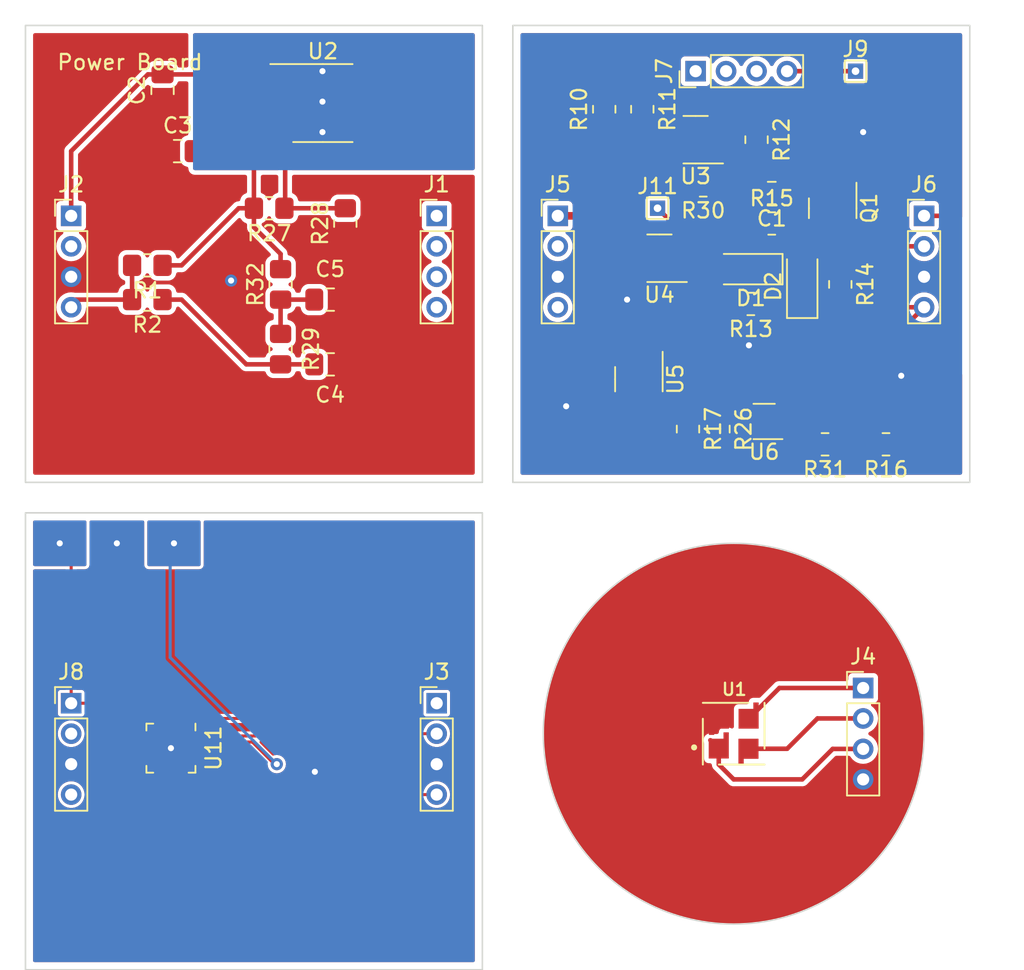
<source format=kicad_pcb>
(kicad_pcb (version 20221018) (generator pcbnew)
  (layers (0 "F.Cu" signal) (31 "B.Cu" signal) (34 "B.Paste" user) (35 "F.Paste" user) (36 "B.SilkS" user "B.Silkscreen") (37 "F.SilkS" user "F.Silkscreen") (38 "B.Mask" user) (39 "F.Mask" user) (44 "Edge.Cuts" user))
  (net 0 "")
  (net 1 "+5V")
  (net 2 "GND")
  (net 3 "Net-(U4--)")
  (net 4 "GND1")
  (net 5 "Net-(J2-Pin_4)")
  (net 6 "Net-(C5-Pad1)")
  (net 7 "Net-(D1-K)")
  (net 8 "Net-(D1-A)")
  (net 9 "Net-(D2-K)")
  (net 10 "Net-(J4-Pin_1)")
  (net 11 "Net-(J4-Pin_2)")
  (net 12 "Net-(J4-Pin_3)")
  (net 13 "SIPM")
  (net 14 "Net-(J11-Pin_1)")
  (net 15 "Reset")
  (net 16 "Net-(Q1-D)")
  (net 17 "Net-(R10-Pad2)")
  (net 18 "Net-(U3--)")
  (net 19 "Net-(U3-+)")
  (net 20 "Signal")
  (net 21 "Net-(R16-Pad2)")
  (net 22 "Net-(U6--)")
  (net 23 "Net-(U2-ADJ)")
  (net 26 "INT")
  (net 39 "GND2")
  (net 40 "Net-(C3-Pad2)")
  (net 41 "Net-(C4-Pad1)")
  (net 44 "Net-(J2-Pin_1)")
  (net 48 "Net-(J3-Pin_2)")
  (net 52 "GND3")
  (net 53 "Net-(J3-Pin_4)")
  (net 54 "unconnected-(U11-~{RESET}{slash}PA0-Pad19)")
  (net 55 "Net-(J3-Pin_1)")
  (footprint "Resistor_SMD:R_0805_2012Metric_Pad1.20x1.40mm_HandSolder" (layer "F.Cu") (at 98 121.75 180)
    (fp_text reference "R1" (at 0 -1.65) (layer "F.SilkS"))
    (fp_text value "0")
    (pad "1" smd roundrect (at -1 0 180) (size 1.2 1.4) (layers "F.Cu" "F.Paste" "F.Mask") (roundrect_rratio 0.208333) (net 40 "Net-(C3-Pad2)"))
    (pad "2" smd roundrect (at 1 0 180) (size 1.2 1.4) (layers "F.Cu" "F.Paste" "F.Mask") (roundrect_rratio 0.208333) (net 5 "Net-(J2-Pin_4)"))
  )
  (footprint "Connector_PinHeader_2.00mm:PinHeader_1x04_P2.00mm_Vertical" (layer "F.Cu") (at 117 118.5)
    (fp_text reference "J1" (at 0 -2.06) (layer "F.SilkS"))
    (fp_text value "Conn_01x04")
    (pad "1" thru_hole rect (at 0 0) (size 1.35 1.35) (drill 0.8) (layers "*.Cu" "*.Mask"))
    (pad "2" thru_hole oval (at 0 2) (size 1.35 1.35) (drill 0.8) (layers "*.Cu" "*.Mask"))
    (pad "3" thru_hole oval (at 0 4) (size 1.35 1.35) (drill 0.8) (layers "*.Cu" "*.Mask"))
    (pad "4" thru_hole oval (at 0 6) (size 1.35 1.35) (drill 0.8) (layers "*.Cu" "*.Mask"))
  )
  (footprint "Package_TO_SOT_SMD:SOT-23" (layer "F.Cu") (at 143 118 -90)
    (fp_text reference "Q1" (at 0 -2.4 90) (layer "F.SilkS"))
    (fp_text value "2N7002")
    (pad "1" smd roundrect (at -0.9375 -0.95 270) (size 1.475 0.6) (layers "F.Cu" "F.Paste" "F.Mask") (net 15 "Reset"))
    (pad "2" smd roundrect (at -0.9375 0.95 270) (size 1.475 0.6) (layers "F.Cu" "F.Paste" "F.Mask") (net 2 "GND"))
    (pad "3" smd roundrect (at 0.9375 0 270) (size 1.475 0.6) (layers "F.Cu" "F.Paste" "F.Mask") (net 16 "Net-(Q1-D)"))
  )
  (footprint "Resistor_SMD:R_0805_2012Metric_Pad1.20x1.40mm_HandSolder" (layer "F.Cu") (at 133.5 132.5 -90)
    (fp_text reference "R17" (at 0 -1.65 90) (layer "F.SilkS"))
    (fp_text value "107K")
    (pad "1" smd roundrect (at -1 0 270) (size 1.2 1.4) (layers "F.Cu" "F.Paste" "F.Mask") (roundrect_rratio 0.208333) (net 22 "Net-(U6--)"))
    (pad "2" smd roundrect (at 1 0 270) (size 1.2 1.4) (layers "F.Cu" "F.Paste" "F.Mask") (roundrect_rratio 0.208333) (net 1 "+5V"))
  )
  (footprint "Resistor_SMD:R_0805_2012Metric_Pad1.20x1.40mm_HandSolder" (layer "F.Cu") (at 135.5 132.5 -90)
    (fp_text reference "R26" (at 0 -1.65 90) (layer "F.SilkS"))
    (fp_text value "107K")
    (pad "1" smd roundrect (at -1 0 270) (size 1.2 1.4) (layers "F.Cu" "F.Paste" "F.Mask") (roundrect_rratio 0.208333) (net 22 "Net-(U6--)"))
    (pad "2" smd roundrect (at 1 0 270) (size 1.2 1.4) (layers "F.Cu" "F.Paste" "F.Mask") (roundrect_rratio 0.208333) (net 1 "+5V"))
  )
  (footprint "Resistor_SMD:R_0805_2012Metric_Pad1.20x1.40mm_HandSolder" (layer "F.Cu") (at 138 113.5 -90)
    (fp_text reference "R12" (at 0 -1.65 90) (layer "F.SilkS"))
    (fp_text value "49.9")
    (pad "1" smd roundrect (at -1 0 270) (size 1.2 1.4) (layers "F.Cu" "F.Paste" "F.Mask") (roundrect_rratio 0.208333) (net 13 "SIPM"))
    (pad "2" smd roundrect (at 1 0 270) (size 1.2 1.4) (layers "F.Cu" "F.Paste" "F.Mask") (roundrect_rratio 0.208333) (net 19 "Net-(U3-+)"))
  )
  (footprint "Resistor_SMD:R_0805_2012Metric_Pad1.20x1.40mm_HandSolder" (layer "F.Cu") (at 137.625 124.283946 180)
    (fp_text reference "R13" (at 0 -1.65) (layer "F.SilkS"))
    (fp_text value "49.9")
    (pad "1" smd roundrect (at -1 0 180) (size 1.2 1.4) (layers "F.Cu" "F.Paste" "F.Mask") (roundrect_rratio 0.208333) (net 9 "Net-(D2-K)"))
    (pad "2" smd roundrect (at 1 0 180) (size 1.2 1.4) (layers "F.Cu" "F.Paste" "F.Mask") (roundrect_rratio 0.208333) (net 3 "Net-(U4--)"))
  )
  (footprint "Resistor_SMD:R_0805_2012Metric_Pad1.20x1.40mm_HandSolder" (layer "F.Cu") (at 134.5 116.5 180)
    (fp_text reference "R30" (at 0 -1.65) (layer "F.SilkS"))
    (fp_text value "?")
    (pad "1" smd roundrect (at -1 0 180) (size 1.2 1.4) (layers "F.Cu" "F.Paste" "F.Mask") (roundrect_rratio 0.208333) (net 14 "Net-(J11-Pin_1)"))
    (pad "2" smd roundrect (at 1 0 180) (size 1.2 1.4) (layers "F.Cu" "F.Paste" "F.Mask") (roundrect_rratio 0.208333) (net 18 "Net-(U3--)"))
  )
  (footprint "Diode_SMD:D_SOD-123F" (layer "F.Cu") (at 141 123 90)
    (fp_text reference "D2" (at -0.127 -1.905 90) (layer "F.SilkS"))
    (fp_text value "PMEG6010CEH")
    (pad "1" smd roundrect (at -1.4 0 90) (size 1.1 1.1) (layers "F.Cu" "F.Paste" "F.Mask") (roundrect_rratio 0.2272727273) (net 9 "Net-(D2-K)"))
    (pad "2" smd roundrect (at 1.4 0 90) (size 1.1 1.1) (layers "F.Cu" "F.Paste" "F.Mask") (roundrect_rratio 0.2272727273) (net 7 "Net-(D1-K)"))
  )
  (footprint "Connector_PinHeader_2.00mm:PinHeader_1x04_P2.00mm_Vertical" (layer "F.Cu") (at 149 118.5)
    (fp_text reference "J6" (at 0 -2.06) (layer "F.SilkS"))
    (fp_text value "Conn_01x04")
    (pad "1" thru_hole rect (at 0 0) (size 1.35 1.35) (drill 0.8) (layers "*.Cu" "*.Mask") (net 26 "INT"))
    (pad "2" thru_hole oval (at 0 2) (size 1.35 1.35) (drill 0.8) (layers "*.Cu" "*.Mask") (net 15 "Reset"))
    (pad "3" thru_hole oval (at 0 4) (size 1.35 1.35) (drill 0.8) (layers "*.Cu" "*.Mask") (net 2 "GND"))
    (pad "4" thru_hole oval (at 0 6) (size 1.35 1.35) (drill 0.8) (layers "*.Cu" "*.Mask") (net 20 "Signal"))
  )
  (footprint "Resistor_SMD:R_0805_2012Metric_Pad1.20x1.40mm_HandSolder" (layer "F.Cu") (at 130.5 111.5 -90)
    (fp_text reference "R11" (at 0 -1.65 90) (layer "F.SilkS"))
    (fp_text value "10")
    (pad "1" smd roundrect (at -1 0 270) (size 1.2 1.4) (layers "F.Cu" "F.Paste" "F.Mask") (roundrect_rratio 0.208333) (net 17 "Net-(R10-Pad2)"))
    (pad "2" smd roundrect (at 1 0 270) (size 1.2 1.4) (layers "F.Cu" "F.Paste" "F.Mask") (roundrect_rratio 0.208333) (net 18 "Net-(U3--)"))
  )
  (footprint "Connector_PinHeader_2.00mm:PinHeader_1x04_P2.00mm_Vertical" (layer "F.Cu") (at 93 150.5)
    (fp_text reference "J8" (at 0 -2.06) (layer "F.SilkS"))
    (fp_text value "Conn_01x04")
    (pad "1" thru_hole rect (at 0 0) (size 1.35 1.35) (drill 0.8) (layers "*.Cu" "*.Mask") (net 1 "+5V"))
    (pad "2" thru_hole oval (at 0 2) (size 1.35 1.35) (drill 0.8) (layers "*.Cu" "*.Mask"))
    (pad "3" thru_hole oval (at 0 4) (size 1.35 1.35) (drill 0.8) (layers "*.Cu" "*.Mask") (net 52 "GND3"))
    (pad "4" thru_hole oval (at 0 6) (size 1.35 1.35) (drill 0.8) (layers "*.Cu" "*.Mask"))
  )
  (footprint "Package_TO_SOT_SMD:SOT-23-5" (layer "F.Cu") (at 134 113.5 180)
    (fp_text reference "U3" (at 0 -2.4) (layer "F.SilkS"))
    (fp_text value "OPA356xxDBV")
    (pad "1" smd roundrect (at -1.1375 -0.95 180) (size 1.325 0.6) (layers "F.Cu" "F.Paste" "F.Mask") (net 14 "Net-(J11-Pin_1)"))
    (pad "2" smd roundrect (at -1.1375 0 180) (size 1.325 0.6) (layers "F.Cu" "F.Paste" "F.Mask") (net 2 "GND"))
    (pad "3" smd roundrect (at -1.1375 0.95 180) (size 1.325 0.6) (layers "F.Cu" "F.Paste" "F.Mask") (net 19 "Net-(U3-+)"))
    (pad "4" smd roundrect (at 1.1375 0.95 180) (size 1.325 0.6) (layers "F.Cu" "F.Paste" "F.Mask") (net 18 "Net-(U3--)"))
    (pad "5" smd roundrect (at 1.1375 -0.95 180) (size 1.325 0.6) (layers "F.Cu" "F.Paste" "F.Mask") (net 1 "+5V"))
  )
  (footprint "Resistor_SMD:R_0805_2012Metric_Pad1.20x1.40mm_HandSolder" (layer "F.Cu") (at 106.75 123 90)
    (fp_text reference "R32" (at 0 -1.65 90) (layer "F.SilkS"))
    (fp_text value "49.9")
    (pad "1" smd roundrect (at -1 0 90) (size 1.2 1.4) (layers "F.Cu" "F.Paste" "F.Mask") (roundrect_rratio 0.208333) (net 6 "Net-(C5-Pad1)"))
    (pad "2" smd roundrect (at 1 0 90) (size 1.2 1.4) (layers "F.Cu" "F.Paste" "F.Mask") (roundrect_rratio 0.208333) (net 40 "Net-(C3-Pad2)"))
  )
  (footprint "Resistor_SMD:R_0805_2012Metric_Pad1.20x1.40mm_HandSolder" (layer "F.Cu") (at 143.5 123 -90)
    (fp_text reference "R14" (at 0 -1.65 90) (layer "F.SilkS"))
    (fp_text value "1000")
    (pad "1" smd roundrect (at -1 0 270) (size 1.2 1.4) (layers "F.Cu" "F.Paste" "F.Mask") (roundrect_rratio 0.208333) (net 7 "Net-(D1-K)"))
    (pad "2" smd roundrect (at 1 0 270) (size 1.2 1.4) (layers "F.Cu" "F.Paste" "F.Mask") (roundrect_rratio 0.208333) (net 20 "Signal"))
  )
  (footprint "Package_TO_SOT_SMD:SOT-23-6" (layer "F.Cu") (at 130.275 129.225 -90)
    (fp_text reference "U5" (at 0 -2.4 90) (layer "F.SilkS"))
    (fp_text value "OPA357AIDVBR")
    (pad "1" smd roundrect (at -1.1375 -0.95 270) (size 1.325 0.6) (layers "F.Cu" "F.Paste" "F.Mask") (net 20 "Signal"))
    (pad "2" smd roundrect (at -1.1375 0 270) (size 1.325 0.6) (layers "F.Cu" "F.Paste" "F.Mask") (net 2 "GND"))
    (pad "3" smd roundrect (at -1.1375 0.95 270) (size 1.325 0.6) (layers "F.Cu" "F.Paste" "F.Mask") (net 3 "Net-(U4--)"))
    (pad "4" smd roundrect (at 1.1375 0.95 270) (size 1.325 0.6) (layers "F.Cu" "F.Paste" "F.Mask") (net 20 "Signal"))
    (pad "5" smd roundrect (at 1.1375 0 270) (size 1.325 0.6) (layers "F.Cu" "F.Paste" "F.Mask") (net 1 "+5V"))
    (pad "6" smd roundrect (at 1.1375 -0.95 270) (size 1.325 0.6) (layers "F.Cu" "F.Paste" "F.Mask") (net 1 "+5V"))
  )
  (footprint "Capacitor_SMD:C_0805_2012Metric_Pad1.18x1.45mm_HandSolder" (layer "F.Cu") (at 99 110.25 90)
    (fp_text reference "C2" (at 0 -1.68 90) (layer "F.SilkS"))
    (fp_text value "C")
    (pad "1" smd roundrect (at -1.0375 0 90) (size 1.175 1.45) (layers "F.Cu" "F.Paste" "F.Mask") (roundrect_rratio 0.212766) (net 39 "GND2"))
    (pad "2" smd roundrect (at 1.0375 0 90) (size 1.175 1.45) (layers "F.Cu" "F.Paste" "F.Mask") (roundrect_rratio 0.212766) (net 44 "Net-(J2-Pin_1)"))
  )
  (footprint "Capacitor_SMD:C_0805_2012Metric_Pad1.18x1.45mm_HandSolder" (layer "F.Cu") (at 100 114.25)
    (fp_text reference "C3" (at 0 -1.68) (layer "F.SilkS"))
    (fp_text value "C")
    (pad "1" smd roundrect (at -1.0375 0) (size 1.175 1.45) (layers "F.Cu" "F.Paste" "F.Mask") (roundrect_rratio 0.212766) (net 39 "GND2"))
    (pad "2" smd roundrect (at 1.0375 0) (size 1.175 1.45) (layers "F.Cu" "F.Paste" "F.Mask") (roundrect_rratio 0.212766) (net 40 "Net-(C3-Pad2)"))
  )
  (footprint "Resistor_SMD:R_0805_2012Metric_Pad1.20x1.40mm_HandSolder" (layer "F.Cu") (at 142.5 133.5 180)
    (fp_text reference "R31" (at 0 -1.65) (layer "F.SilkS"))
    (fp_text value "?")
    (pad "1" smd roundrect (at -1 0 180) (size 1.2 1.4) (layers "F.Cu" "F.Paste" "F.Mask") (roundrect_rratio 0.208333) (net 21 "Net-(R16-Pad2)"))
    (pad "2" smd roundrect (at 1 0 180) (size 1.2 1.4) (layers "F.Cu" "F.Paste" "F.Mask") (roundrect_rratio 0.208333) (net 22 "Net-(U6--)"))
  )
  (footprint "Resistor_SMD:R_0805_2012Metric_Pad1.20x1.40mm_HandSolder" (layer "F.Cu") (at 139 119)
    (fp_text reference "R15" (at 0 -1.65) (layer "F.SilkS"))
    (fp_text value "1000")
    (pad "1" smd roundrect (at -1 0) (size 1.2 1.4) (layers "F.Cu" "F.Paste" "F.Mask") (roundrect_rratio 0.208333) (net 3 "Net-(U4--)"))
    (pad "2" smd roundrect (at 1 0) (size 1.2 1.4) (layers "F.Cu" "F.Paste" "F.Mask") (roundrect_rratio 0.208333) (net 16 "Net-(Q1-D)"))
  )
  (footprint "Resistor_SMD:R_0805_2012Metric_Pad1.20x1.40mm_HandSolder" (layer "F.Cu") (at 106.75 127.25 90)
    (fp_text reference "R29" (at 0 2 90) (layer "F.SilkS"))
    (fp_text value "49.9")
    (pad "1" smd roundrect (at -1 0 90) (size 1.2 1.4) (layers "F.Cu" "F.Paste" "F.Mask") (roundrect_rratio 0.208333) (net 41 "Net-(C4-Pad1)"))
    (pad "2" smd roundrect (at 1 0 90) (size 1.2 1.4) (layers "F.Cu" "F.Paste" "F.Mask") (roundrect_rratio 0.208333) (net 6 "Net-(C5-Pad1)"))
  )
  (footprint "Package_TO_SOT_SMD:SOT-23-6" (layer "F.Cu") (at 131.625 121.283946 180)
    (fp_text reference "U4" (at 0 -2.4) (layer "F.SilkS"))
    (fp_text value "OPA357AIDVBR")
    (pad "1" smd roundrect (at -1.1375 -0.95 180) (size 1.325 0.6) (layers "F.Cu" "F.Paste" "F.Mask") (net 8 "Net-(D1-A)"))
    (pad "2" smd roundrect (at -1.1375 0 180) (size 1.325 0.6) (layers "F.Cu" "F.Paste" "F.Mask") (net 2 "GND"))
    (pad "3" smd roundrect (at -1.1375 0.95 180) (size 1.325 0.6) (layers "F.Cu" "F.Paste" "F.Mask") (net 14 "Net-(J11-Pin_1)"))
    (pad "4" smd roundrect (at 1.1375 0.95 180) (size 1.325 0.6) (layers "F.Cu" "F.Paste" "F.Mask") (net 3 "Net-(U4--)"))
    (pad "5" smd roundrect (at 1.1375 0 180) (size 1.325 0.6) (layers "F.Cu" "F.Paste" "F.Mask") (net 1 "+5V"))
    (pad "6" smd roundrect (at 1.1375 -0.95 180) (size 1.325 0.6) (layers "F.Cu" "F.Paste" "F.Mask") (net 1 "+5V"))
  )
  (footprint "Package_DFN_QFN:VQFN-20-1EP_3x3mm_P0.4mm_EP1.7x1.7mm" (layer "F.Cu") (at 99.55 153.45 -90)
    (fp_text reference "U11" (at 0 -2.8 90) (layer "F.SilkS"))
    (fp_text value "ATtiny1616-M")
    (pad "1" smd custom (at -1.45 -0.8 270) (size 0.143431 0.143431) (layers "F.Cu" "F.Paste" "F.Mask") (net 55 "Net-(J3-Pin_1)") (options (clearance outline) (anchor circle)) (primitives (gr_poly (pts (xy 0.35 0.000711) (xy 0.35 0.05) (xy -0.35 0.05) (xy -0.35 -0.05) (xy 0.299289 -0.05)) (width 0.1) (fill yes))))
    (pad "2" smd roundrect (at -1.45 -0.4 270) (size 0.8 0.2) (layers "F.Cu" "F.Paste" "F.Mask"))
    (pad "3" smd roundrect (at -1.45 0 270) (size 0.8 0.2) (layers "F.Cu" "F.Paste" "F.Mask") (net 52 "GND3"))
    (pad "4" smd roundrect (at -1.45 0.4 270) (size 0.8 0.2) (layers "F.Cu" "F.Paste" "F.Mask") (net 1 "+5V"))
    (pad "5" smd custom (at -1.45 0.8 270) (size 0.143431 0.143431) (layers "F.Cu" "F.Paste" "F.Mask") (options (clearance outline) (anchor circle)) (primitives (gr_poly (pts (xy 0.35 -0.000711) (xy 0.299289 0.05) (xy -0.35 0.05) (xy -0.35 -0.05) (xy 0.35 -0.05)) (width 0.1) (fill yes))))
    (pad "6" smd custom (at -0.8 1.45 270) (size 0.143431 0.143431) (layers "F.Cu" "F.Paste" "F.Mask") (options (clearance outline) (anchor circle)) (primitives (gr_poly (pts (xy 0.05 0.35) (xy -0.05 0.35) (xy -0.05 -0.299289) (xy 0.000711 -0.35) (xy 0.05 -0.35)) (width 0.1) (fill yes))))
    (pad "7" smd roundrect (at -0.4 1.45 270) (size 0.2 0.8) (layers "F.Cu" "F.Paste" "F.Mask"))
    (pad "8" smd roundrect (at 0 1.45 270) (size 0.2 0.8) (layers "F.Cu" "F.Paste" "F.Mask"))
    (pad "9" smd roundrect (at 0.4 1.45 270) (size 0.2 0.8) (layers "F.Cu" "F.Paste" "F.Mask"))
    (pad "10" smd custom (at 0.8 1.45 270) (size 0.143431 0.143431) (layers "F.Cu" "F.Paste" "F.Mask") (options (clearance outline) (anchor circle)) (primitives (gr_poly (pts (xy 0.05 -0.299289) (xy 0.05 0.35) (xy -0.05 0.35) (xy -0.05 -0.35) (xy -0.000711 -0.35)) (width 0.1) (fill yes))))
    (pad "11" smd custom (at 1.45 0.8 270) (size 0.143431 0.143431) (layers "F.Cu" "F.Paste" "F.Mask") (options (clearance outline) (anchor circle)) (primitives (gr_poly (pts (xy 0.35 0.05) (xy -0.299289 0.05) (xy -0.35 -0.000711) (xy -0.35 -0.05) (xy 0.35 -0.05)) (width 0.1) (fill yes))))
    (pad "12" smd roundrect (at 1.45 0.4 270) (size 0.8 0.2) (layers "F.Cu" "F.Paste" "F.Mask"))
    (pad "13" smd roundrect (at 1.45 0 270) (size 0.8 0.2) (layers "F.Cu" "F.Paste" "F.Mask"))
    (pad "14" smd roundrect (at 1.45 -0.4 270) (size 0.8 0.2) (layers "F.Cu" "F.Paste" "F.Mask"))
    (pad "15" smd custom (at 1.45 -0.8 270) (size 0.143431 0.143431) (layers "F.Cu" "F.Paste" "F.Mask") (options (clearance outline) (anchor circle)) (primitives (gr_poly (pts (xy 0.35 0.05) (xy -0.35 0.05) (xy -0.35 0.000711) (xy -0.299289 -0.05) (xy 0.35 -0.05)) (width 0.1) (fill yes))))
    (pad "16" smd custom (at 0.8 -1.45 270) (size 0.143431 0.143431) (layers "F.Cu" "F.Paste" "F.Mask") (options (clearance outline) (anchor circle)) (primitives (gr_poly (pts (xy 0.05 0.299289) (xy -0.000711 0.35) (xy -0.05 0.35) (xy -0.05 -0.35) (xy 0.05 -0.35)) (width 0.1) (fill yes))))
    (pad "17" smd roundrect (at 0.4 -1.45 270) (size 0.2 0.8) (layers "F.Cu" "F.Paste" "F.Mask"))
    (pad "18" smd roundrect (at 0 -1.45 270) (size 0.2 0.8) (layers "F.Cu" "F.Paste" "F.Mask") (net 53 "Net-(J3-Pin_4)"))
    (pad "19" smd roundrect (at -0.4 -1.45 270) (size 0.2 0.8) (layers "F.Cu" "F.Paste" "F.Mask") (net 54 "unconnected-(U11-~{RESET}{slash}PA0-Pad19)"))
    (pad "20" smd custom (at -0.8 -1.45 270) (size 0.143431 0.143431) (layers "F.Cu" "F.Paste" "F.Mask") (net 48 "Net-(J3-Pin_2)") (options (clearance outline) (anchor circle)) (primitives (gr_poly (pts (xy 0.05 0.35) (xy 0.000711 0.35) (xy -0.05 0.299289) (xy -0.05 -0.35) (xy 0.05 -0.35)) (width 0.1) (fill yes))))
    (pad "21" smd rect (at 0 0 270) (size 1.7 1.7) (layers "F.Cu" "F.Mask") (net 52 "GND3"))
  )
  (footprint "Resistor_SMD:R_0805_2012Metric_Pad1.20x1.40mm_HandSolder" (layer "F.Cu") (at 111 119 90)
    (fp_text reference "R28" (at 0 -1.65 90) (layer "F.SilkS"))
    (fp_text value "?")
    (pad "1" smd roundrect (at -1 0 90) (size 1.2 1.4) (layers "F.Cu" "F.Paste" "F.Mask") (roundrect_rratio 0.208333) (net 39 "GND2"))
    (pad "2" smd roundrect (at 1 0 90) (size 1.2 1.4) (layers "F.Cu" "F.Paste" "F.Mask") (roundrect_rratio 0.208333) (net 23 "Net-(U2-ADJ)"))
  )
  (footprint "Capacitor_SMD:C_0805_2012Metric_Pad1.18x1.45mm_HandSolder" (layer "F.Cu") (at 110 128.25)
    (fp_text reference "C4" (at 0 2) (layer "F.SilkS"))
    (fp_text value "10n")
    (pad "1" smd roundrect (at -1.0375 0) (size 1.175 1.45) (layers "F.Cu" "F.Paste" "F.Mask") (roundrect_rratio 0.212766) (net 41 "Net-(C4-Pad1)"))
    (pad "2" smd roundrect (at 1.0375 0) (size 1.175 1.45) (layers "F.Cu" "F.Paste" "F.Mask") (roundrect_rratio 0.212766) (net 39 "GND2"))
  )
  (footprint "Package_TO_SOT_SMD:SOT-353_SC-70-5" (layer "F.Cu") (at 138.5 132 180)
    (fp_text reference "U6" (at 0 -2) (layer "F.SilkS"))
    (fp_text value "LMV7219M7")
    (pad "1" smd rect (at -0.95 -0.65 180) (size 0.65 0.4) (layers "F.Cu" "F.Paste" "F.Mask") (net 26 "INT"))
    (pad "2" smd rect (at -0.95 0 180) (size 0.65 0.4) (layers "F.Cu" "F.Paste" "F.Mask") (net 2 "GND"))
    (pad "3" smd rect (at -0.95 0.65 180) (size 0.65 0.4) (layers "F.Cu" "F.Paste" "F.Mask") (net 20 "Signal"))
    (pad "4" smd rect (at 0.95 0.65 180) (size 0.65 0.4) (layers "F.Cu" "F.Paste" "F.Mask") (net 22 "Net-(U6--)"))
    (pad "5" smd rect (at 0.95 -0.65 180) (size 0.65 0.4) (layers "F.Cu" "F.Paste" "F.Mask") (net 1 "+5V"))
  )
  (footprint "Connector_PinHeader_2.00mm:PinHeader_1x04_P2.00mm_Vertical" (layer "F.Cu") (at 93 118.5)
    (fp_text reference "J2" (at 0 -2.06) (layer "F.SilkS"))
    (fp_text value "Conn_01x04")
    (pad "1" thru_hole rect (at 0 0) (size 1.35 1.35) (drill 0.8) (layers "*.Cu" "*.Mask") (net 44 "Net-(J2-Pin_1)"))
    (pad "2" thru_hole oval (at 0 2) (size 1.35 1.35) (drill 0.8) (layers "*.Cu" "*.Mask"))
    (pad "3" thru_hole oval (at 0 4) (size 1.35 1.35) (drill 0.8) (layers "*.Cu" "*.Mask") (net 39 "GND2"))
    (pad "4" thru_hole oval (at 0 6) (size 1.35 1.35) (drill 0.8) (layers "*.Cu" "*.Mask") (net 5 "Net-(J2-Pin_4)"))
  )
  (footprint "Resistor_SMD:R_0805_2012Metric_Pad1.20x1.40mm_HandSolder" (layer "F.Cu") (at 106 118 180)
    (fp_text reference "R27" (at 0 -1.65) (layer "F.SilkS"))
    (fp_text value "?")
    (pad "1" smd roundrect (at -1 0 180) (size 1.2 1.4) (layers "F.Cu" "F.Paste" "F.Mask") (roundrect_rratio 0.208333) (net 23 "Net-(U2-ADJ)"))
    (pad "2" smd roundrect (at 1 0 180) (size 1.2 1.4) (layers "F.Cu" "F.Paste" "F.Mask") (roundrect_rratio 0.208333) (net 40 "Net-(C3-Pad2)"))
  )
  (footprint "Connector_PinHeader_2.00mm:PinHeader_1x04_P2.00mm_Vertical" (layer "F.Cu") (at 124.95 118.5)
    (fp_text reference "J5" (at 0 -2.06) (layer "F.SilkS"))
    (fp_text value "Conn_01x04")
    (pad "1" thru_hole rect (at 0 0) (size 1.35 1.35) (drill 0.8) (layers "*.Cu" "*.Mask") (net 1 "+5V"))
    (pad "2" thru_hole oval (at 0 2) (size 1.35 1.35) (drill 0.8) (layers "*.Cu" "*.Mask"))
    (pad "3" thru_hole oval (at 0 4) (size 1.35 1.35) (drill 0.8) (layers "*.Cu" "*.Mask") (net 2 "GND"))
    (pad "4" thru_hole oval (at 0 6) (size 1.35 1.35) (drill 0.8) (layers "*.Cu" "*.Mask"))
  )
  (footprint "Diode_SMD:D_SOD-123F" (layer "F.Cu") (at 137.5 122 180)
    (fp_text reference "D1" (at -0.127 -1.905) (layer "F.SilkS"))
    (fp_text value "PMEG6010CEH")
    (pad "1" smd roundrect (at -1.4 0 180) (size 1.1 1.1) (layers "F.Cu" "F.Paste" "F.Mask") (roundrect_rratio 0.2272727273) (net 7 "Net-(D1-K)"))
    (pad "2" smd roundrect (at 1.4 0 180) (size 1.1 1.1) (layers "F.Cu" "F.Paste" "F.Mask") (roundrect_rratio 0.2272727273) (net 8 "Net-(D1-A)"))
  )
  (footprint "Connector_PinHeader_2.00mm:PinHeader_1x04_P2.00mm_Vertical" (layer "F.Cu") (at 134 109 90)
    (fp_text reference "J7" (at 0 -2.06 90) (layer "F.SilkS"))
    (fp_text value "Conn_01x04")
    (pad "1" thru_hole rect (at 0 0 90) (size 1.35 1.35) (drill 0.8) (layers "*.Cu" "*.Mask") (net 13 "SIPM"))
    (pad "2" thru_hole oval (at 0 2 90) (size 1.35 1.35) (drill 0.8) (layers "*.Cu" "*.Mask") (net 13 "SIPM"))
    (pad "3" thru_hole oval (at 0 4 90) (size 1.35 1.35) (drill 0.8) (layers "*.Cu" "*.Mask") (net 13 "SIPM"))
    (pad "4" thru_hole oval (at 0 6 90) (size 1.35 1.35) (drill 0.8) (layers "*.Cu" "*.Mask") (net 13 "SIPM"))
  )
  (footprint "Capacitor_SMD:C_0805_2012Metric_Pad1.18x1.45mm_HandSolder" (layer "F.Cu") (at 110 124)
    (fp_text reference "C5" (at 0 -2) (layer "F.SilkS"))
    (fp_text value "10n")
    (pad "1" smd roundrect (at -1.0375 0) (size 1.175 1.45) (layers "F.Cu" "F.Paste" "F.Mask") (roundrect_rratio 0.212766) (net 6 "Net-(C5-Pad1)"))
    (pad "2" smd roundrect (at 1.0375 0) (size 1.175 1.45) (layers "F.Cu" "F.Paste" "F.Mask") (roundrect_rratio 0.212766) (net 39 "GND2"))
  )
  (footprint "Resistor_SMD:R_0805_2012Metric_Pad1.20x1.40mm_HandSolder" (layer "F.Cu") (at 146.5 133.5 180)
    (fp_text reference "R16" (at 0 -1.65) (layer "F.SilkS"))
    (fp_text value "1000")
    (pad "1" smd roundrect (at -1 0 180) (size 1.2 1.4) (layers "F.Cu" "F.Paste" "F.Mask") (roundrect_rratio 0.208333) (net 2 "GND"))
    (pad "2" smd roundrect (at 1 0 180) (size 1.2 1.4) (layers "F.Cu" "F.Paste" "F.Mask") (roundrect_rratio 0.208333) (net 21 "Net-(R16-Pad2)"))
  )
  (footprint "Resistor_SMD:R_0805_2012Metric_Pad1.20x1.40mm_HandSolder" (layer "F.Cu") (at 128 111.5 90)
    (fp_text reference "R10" (at 0 -1.65 90) (layer "F.SilkS"))
    (fp_text value "10")
    (pad "1" smd roundrect (at -1 0 90) (size 1.2 1.4) (layers "F.Cu" "F.Paste" "F.Mask") (roundrect_rratio 0.208333) (net 2 "GND"))
    (pad "2" smd roundrect (at 1 0 90) (size 1.2 1.4) (layers "F.Cu" "F.Paste" "F.Mask") (roundrect_rratio 0.208333) (net 17 "Net-(R10-Pad2)"))
  )
  (footprint "Connector_PinHeader_2.00mm:PinHeader_1x04_P2.00mm_Vertical" (layer "F.Cu") (at 145 149.5)
    (fp_text reference "J4" (at 0 -2.06) (layer "F.SilkS"))
    (fp_text value "Conn_01x04")
    (pad "1" thru_hole rect (at 0 0) (size 1.35 1.35) (drill 0.8) (layers "*.Cu" "*.Mask") (net 10 "Net-(J4-Pin_1)"))
    (pad "2" thru_hole oval (at 0 2) (size 1.35 1.35) (drill 0.8) (layers "*.Cu" "*.Mask") (net 11 "Net-(J4-Pin_2)"))
    (pad "3" thru_hole oval (at 0 4) (size 1.35 1.35) (drill 0.8) (layers "*.Cu" "*.Mask") (net 12 "Net-(J4-Pin_3)"))
    (pad "4" thru_hole oval (at 0 6) (size 1.35 1.35) (drill 0.8) (layers "*.Cu" "*.Mask") (net 4 "GND1"))
  )
  (footprint "Capacitor_SMD:C_0805_2012Metric_Pad1.18x1.45mm_HandSolder" (layer "F.Cu") (at 139 117 180)
    (fp_text reference "C1" (at 0 -1.68) (layer "F.SilkS"))
    (fp_text value "C")
    (pad "1" smd roundrect (at -1.0375 0 180) (size 1.175 1.45) (layers "F.Cu" "F.Paste" "F.Mask") (roundrect_rratio 0.212766) (net 2 "GND"))
    (pad "2" smd roundrect (at 1.0375 0 180) (size 1.175 1.45) (layers "F.Cu" "F.Paste" "F.Mask") (roundrect_rratio 0.212766) (net 3 "Net-(U4--)"))
  )
  (footprint "MICROFC-30035-SMT-TR1:XDCR_MICROFC-30035-SMT-TR1" (layer "F.Cu") (at 136.5 152.5)
    (fp_text reference "U1" (at 0.04 -2.908) (layer "F.SilkS") (effects (font (size 0.8 0.8))))
    (fp_text value "MICROFC-30035-SMT-TR1")
    (pad "1" smd custom (at -0.98 0.98 180) (size 1.32 1.3) (layers "F.Cu") (net 12 "Net-(J4-Pin_3)") (options (clearance outline) (anchor rect)) (primitives (gr_poly (pts (xy -0.66 -0.65) (xy 0.66 -0.65) (xy 0.66 0.65) (xy -0.31 0.65) (xy -0.31 1.07) (xy -0.66 1.07)) (width 0.0001) (fill yes))))
    (pad "2" smd custom (at 0.97 0.99 270) (size 1.32 1.3) (layers "F.Cu") (net 11 "Net-(J4-Pin_2)") (options (clearance outline) (anchor rect)) (primitives (gr_poly (pts (xy -0.65 -0.66) (xy 0.65 -0.66) (xy 0.65 0.31) (xy 1.07 0.31) (xy 1.07 0.66) (xy -0.65 0.66)) (width 0.0001) (fill yes))))
    (pad "3" smd custom (at 0.98 -0.98) (size 1.32 1.3) (layers "F.Cu") (net 10 "Net-(J4-Pin_1)") (options (clearance outline) (anchor rect)) (primitives (gr_poly (pts (xy 0.31 -1.07) (xy 0.66 -1.07) (xy 0.66 0.65) (xy -0.66 0.65) (xy -0.66 -0.65) (xy 0.31 -0.65)) (width 0.0001) (fill yes))))
    (pad "4" smd custom (at -0.97 -0.99 90) (size 1.32 1.3) (layers "F.Cu") (net 4 "GND1") (options (clearance outline) (anchor rect)) (primitives (gr_poly (pts (xy -1.07 -0.66) (xy 0.65 -0.66) (xy 0.65 0.66) (xy -0.65 0.66) (xy -0.65 -0.31) (xy -1.07 -0.31)) (width 0.0001) (fill yes))))
  )
  (footprint "TestPoint:TestPoint_THTPad_1.0x1.0mm_Drill0.5mm" (layer "F.Cu") (at 144.5 109)
    (fp_text reference "J9" (at 0 -1.448) (layer "F.SilkS"))
    (fp_text value "Test Pad")
    (pad "1" thru_hole rect (at 0 0) (size 1 1) (drill 0.5) (layers "*.Cu" "*.Mask") (net 13 "SIPM"))
  )
  (footprint "TestPoint:TestPoint_THTPad_1.0x1.0mm_Drill0.5mm" (layer "F.Cu") (at 131.5 118)
    (fp_text reference "J11" (at 0 -1.448) (layer "F.SilkS"))
    (fp_text value "Test Pad")
    (pad "1" thru_hole rect (at 0 0) (size 1 1) (drill 0.5) (layers "*.Cu" "*.Mask") (net 14 "Net-(J11-Pin_1)"))
  )
  (footprint "Package_SO:SOIC-8_3.9x4.9mm_P1.27mm" (layer "F.Cu") (at 109.525 111.095)
    (fp_text reference "U2" (at 0 -3.4) (layer "F.SilkS"))
    (fp_text value "LM317L_SO8")
    (pad "1" smd roundrect (at -2.475 -1.905) (size 1.95 0.6) (layers "F.Cu" "F.Paste" "F.Mask") (net 44 "Net-(J2-Pin_1)"))
    (pad "2" smd roundrect (at -2.475 -0.635) (size 1.95 0.6) (layers "F.Cu" "F.Paste" "F.Mask") (net 40 "Net-(C3-Pad2)"))
    (pad "3" smd roundrect (at -2.475 0.635) (size 1.95 0.6) (layers "F.Cu" "F.Paste" "F.Mask") (net 40 "Net-(C3-Pad2)"))
    (pad "4" smd roundrect (at -2.475 1.905) (size 1.95 0.6) (layers "F.Cu" "F.Paste" "F.Mask") (net 23 "Net-(U2-ADJ)"))
    (pad "5" smd roundrect (at 2.475 1.905) (size 1.95 0.6) (layers "F.Cu" "F.Paste" "F.Mask"))
    (pad "6" smd roundrect (at 2.475 0.635) (size 1.95 0.6) (layers "F.Cu" "F.Paste" "F.Mask") (net 40 "Net-(C3-Pad2)"))
    (pad "7" smd roundrect (at 2.475 -0.635) (size 1.95 0.6) (layers "F.Cu" "F.Paste" "F.Mask") (net 40 "Net-(C3-Pad2)"))
    (pad "8" smd roundrect (at 2.475 -1.905) (size 1.95 0.6) (layers "F.Cu" "F.Paste" "F.Mask"))
  )
  (footprint "Connector_PinHeader_2.00mm:PinHeader_1x04_P2.00mm_Vertical" (layer "F.Cu") (at 117 150.5)
    (fp_text reference "J3" (at 0 -2.06) (layer "F.SilkS"))
    (fp_text value "Conn_01x04")
    (pad "1" thru_hole rect (at 0 0) (size 1.35 1.35) (drill 0.8) (layers "*.Cu" "*.Mask") (net 55 "Net-(J3-Pin_1)"))
    (pad "2" thru_hole oval (at 0 2) (size 1.35 1.35) (drill 0.8) (layers "*.Cu" "*.Mask") (net 48 "Net-(J3-Pin_2)"))
    (pad "3" thru_hole oval (at 0 4) (size 1.35 1.35) (drill 0.8) (layers "*.Cu" "*.Mask") (net 52 "GND3"))
    (pad "4" thru_hole oval (at 0 6) (size 1.35 1.35) (drill 0.8) (layers "*.Cu" "*.Mask") (net 53 "Net-(J3-Pin_4)"))
  )
  (footprint "Resistor_SMD:R_0805_2012Metric_Pad1.20x1.40mm_HandSolder" (layer "F.Cu") (at 98 124 180)
    (fp_text reference "R2" (at 0 -1.65) (layer "F.SilkS"))
    (fp_text value "0")
    (pad "1" smd roundrect (at -1 0 180) (size 1.2 1.4) (layers "F.Cu" "F.Paste" "F.Mask") (roundrect_rratio 0.208333) (net 41 "Net-(C4-Pad1)"))
    (pad "2" smd roundrect (at 1 0 180) (size 1.2 1.4) (layers "F.Cu" "F.Paste" "F.Mask") (roundrect_rratio 0.208333) (net 5 "Net-(J2-Pin_4)"))
  )
  (gr_circle (center 136.5 152.5) (end 149 152.5) (stroke (width 0.1)) (fill none) (layer "Edge.Cuts"))
  (gr_rect (start 122 106) (end 152 136) (stroke (width 0.1)) (fill none) (layer "Edge.Cuts"))
  (gr_rect (start 90 106) (end 120 136) (stroke (width 0.1)) (fill none) (layer "Edge.Cuts"))
  (gr_rect (start 90 138) (end 120 168) (stroke (width 0.1)) (fill none) (layer "Edge.Cuts"))
  (gr_text "Power Board" (at 92 109) (layer "F.SilkS") (effects (font (size 1 1)) (justify left bottom)))
  (segment (start 117 154.5) (end 111.35 154.5) (width 0.2) (layer "F.Cu") (net 0))
  (segment (start 109.5 152.65) (end 101 152.65) (width 0.2) (layer "F.Cu") (net 0))
  (segment (start 111.35 154.5) (end 109.5 152.65) (width 0.2) (layer "F.Cu") (net 0))
  (segment (start 129 121) (end 129.283946 121.283946) (width 0.5) (layer "F.Cu") (net 1))
  (segment (start 131.625 133.5) (end 133.5 133.5) (width 0.3) (layer "F.Cu") (net 1))
  (segment (start 130.275 130.3625) (end 131.225 130.3625) (width 0.5) (layer "F.Cu") (net 1))
  (segment (start 129 121) (end 128.5 120.5) (width 0.5) (layer "F.Cu") (net 1))
  (segment (start 130.275 130.782107) (end 130.275 130.3625) (width 0.3) (layer "F.Cu") (net 1))
  (segment (start 127.5 121.5) (end 127.5 129.907107) (width 0.3) (layer "F.Cu") (net 1))
  (segment (start 128 121) (end 129 121) (width 0.4) (layer "F.Cu") (net 1))
  (segment (start 128 121) (end 128 120) (width 0.4) (layer "F.Cu") (net 1))
  (segment (start 129.5 119.5) (end 129 120) (width 0.3) (layer "F.Cu") (net 1))
  (segment (start 130.4875 121.283946) (end 130.4875 122.233946) (width 0.5) (layer "F.Cu") (net 1))
  (segment (start 129 120) (end 129 121) (width 0.4) (layer "F.Cu") (net 1))
  (segment (start 93 140.75) (end 92.25 140) (width 0.2) (layer "F.Cu") (net 1))
  (segment (start 129 120) (end 128 120) (width 0.4) (layer "F.Cu") (net 1))
  (segment (start 129.5 117.8125) (end 129.5 119.5) (width 0.3) (layer "F.Cu") (net 1))
  (segment (start 128.967893 131.375) (end 129.5 131.375) (width 0.3) (layer "F.Cu") (net 1))
  (segment (start 129 120) (end 128.5 120.5) (width 0.4) (layer "F.Cu") (net 1))
  (segment (start 129.283946 121.283946) (end 130.4875 121.283946) (width 0.5) (layer "F.Cu") (net 1))
  (segment (start 129.5 131.375) (end 129.682107 131.375) (width 0.3) (layer "F.Cu") (net 1))
  (segment (start 93 150.5) (end 98.144975 150.5) (width 0.2) (layer "F.Cu") (net 1))
  (segment (start 126.5 118.5) (end 124.95 118.5) (width 0.5) (layer "F.Cu") (net 1))
  (segment (start 137 133.5) (end 135.5 133.5) (width 0.3) (layer "F.Cu") (net 1))
  (segment (start 99.15 151.505025) (end 99.15 152) (width 0.2) (layer "F.Cu") (net 1))
  (segment (start 137.5 132.7) (end 137.5 133) (width 0.3) (layer "F.Cu") (net 1))
  (segment (start 93 150.5) (end 93 140.75) (width 0.2) (layer "F.Cu") (net 1))
  (segment (start 127.5 129.907107) (end 128.967893 131.375) (width 0.3) (layer "F.Cu") (net 1))
  (segment (start 128.5 120.5) (end 128 120) (width 0.5) (layer "F.Cu") (net 1))
  (segment (start 129.5 131.375) (end 131.625 133.5) (width 0.3) (layer "F.Cu") (net 1))
  (segment (start 128 121) (end 127.5 121.5) (width 0.3) (layer "F.Cu") (net 1))
  (segment (start 129.682107 131.375) (end 130.275 130.782107) (width 0.3) (layer "F.Cu") (net 1))
  (segment (start 98.144975 150.5) (end 99.15 151.505025) (width 0.2) (layer "F.Cu") (net 1))
  (segment (start 137.5 133) (end 137 133.5) (width 0.3) (layer "F.Cu") (net 1))
  (segment (start 133.5 133.5) (end 135.5 133.5) (width 0.3) (layer "F.Cu") (net 1))
  (segment (start 128 121) (end 128.5 120.5) (width 0.4) (layer "F.Cu") (net 1))
  (segment (start 132.8625 114.45) (end 129.5 117.8125) (width 0.3) (layer "F.Cu") (net 1))
  (segment (start 128 120) (end 126.5 118.5) (width 0.5) (layer "F.Cu") (net 1))
  (segment (start 137.55 132.65) (end 137.5 132.7) (width 0.3) (layer "F.Cu") (net 1))
  (via (at 92.25 140) (size 0.8) (drill 0.4) (layers "F.Cu" "B.Cu") (net 1))
  (via (at 129.5 124) (size 0.8) (drill 0.4) (layers "F.Cu" "B.Cu") (net 2))
  (via (at 137.5 127) (size 0.8) (drill 0.4) (layers "F.Cu" "B.Cu") (net 2))
  (via (at 147.5 129) (size 0.8) (drill 0.4) (layers "F.Cu" "B.Cu") (net 2))
  (via (at 125.5 131) (size 0.8) (drill 0.4) (layers "F.Cu" "B.Cu") (net 2))
  (via (at 145 113) (size 0.8) (drill 0.4) (layers "F.Cu" "B.Cu") (net 2))
  (segment (start 132.708947 124.283946) (end 132.708947 123.549999) (width 0.3) (layer "F.Cu") (net 3))
  (segment (start 136.625 124.283946) (end 137 123.908946) (width 0.3) (layer "F.Cu") (net 3))
  (segment (start 133.442893 124.283946) (end 133.405393 124.246446) (width 0.3) (layer "F.Cu") (net 3))
  (segment (start 137 123.908946) (end 137 120) (width 0.3) (layer "F.Cu") (net 3))
  (segment (start 132.716054 124.283946) (end 133 124) (width 0.3) (layer "F.Cu") (net 3))
  (segment (start 136.4625 124.446446) (end 136.625 124.283946) (width 0.3) (layer "F.Cu") (net 3))
  (segment (start 131.5 120.658946) (end 131.175 120.333946) (width 0.3) (layer "F.Cu") (net 3))
  (segment (start 129.325 128.0875) (end 129.325 127.667893) (width 0.3) (layer "F.Cu") (net 3))
  (segment (start 132.579474 123.420526) (end 131.5 122.341053) (width 0.3) (layer "F.Cu") (net 3))
  (segment (start 133 124) (end 133 124.283946) (width 0.3) (layer "F.Cu") (net 3))
  (segment (start 129.325 127.667893) (end 132.708947 124.283946) (width 0.3) (layer "F.Cu") (net 3))
  (segment (start 137.9625 118.9625) (end 138 119) (width 0.3) (layer "F.Cu") (net 3))
  (segment (start 132.708947 124.283946) (end 133.442893 124.283946) (width 0.3) (layer "F.Cu") (net 3))
  (segment (start 131.5 122.341053) (end 131.5 120.658946) (width 0.3) (layer "F.Cu") (net 3))
  (segment (start 132.708947 123.549999) (end 132.579474 123.420526) (width 0.3) (layer "F.Cu") (net 3))
  (segment (start 131.175 120.333946) (end 130.4875 120.333946) (width 0.3) (layer "F.Cu") (net 3))
  (segment (start 136.625 124.283946) (end 133.442893 124.283946) (width 0.3) (layer "F.Cu") (net 3))
  (segment (start 132.708947 124.283946) (end 132.716054 124.283946) (width 0.3) (layer "F.Cu") (net 3))
  (segment (start 133.442893 124.283946) (end 132.579474 123.420526) (width 0.3) (layer "F.Cu") (net 3))
  (segment (start 137 120) (end 138 119) (width 0.3) (layer "F.Cu") (net 3))
  (segment (start 137.9625 117) (end 137.9625 118.9625) (width 0.3) (layer "F.Cu") (net 3))
  (segment (start 97 121.75) (end 97 124) (width 0.3) (layer "F.Cu") (net 5))
  (segment (start 97 124) (end 93 124) (width 0.3) (layer "F.Cu") (net 5))
  (segment (start 106.75 124) (end 108.9625 124) (width 0.3) (layer "F.Cu") (net 6))
  (segment (start 106.75 124) (end 106.75 126.25) (width 0.3) (layer "F.Cu") (net 6))
  (segment (start 138.9 122) (end 140.6 122) (width 0.3) (layer "F.Cu") (net 7))
  (segment (start 143.1 121.6) (end 143.5 122) (width 0.3) (layer "F.Cu") (net 7))
  (segment (start 141 121.6) (end 143.1 121.6) (width 0.3) (layer "F.Cu") (net 7))
  (segment (start 140.6 122) (end 141 121.6) (width 0.3) (layer "F.Cu") (net 7))
  (segment (start 136.075 122.233946) (end 136.125 122.183946) (width 0.3) (layer "F.Cu") (net 8))
  (segment (start 135.866054 122.233946) (end 136.1 122) (width 0.3) (layer "F.Cu") (net 8))
  (segment (start 132.7625 122.233946) (end 135.866054 122.233946) (width 0.3) (layer "F.Cu") (net 8))
  (segment (start 138.741054 124.4) (end 138.625 124.283946) (width 0.3) (layer "F.Cu") (net 9))
  (segment (start 141 124.4) (end 138.741054 124.4) (width 0.3) (layer "F.Cu") (net 9))
  (segment (start 137.48 151.52) (end 139.5 149.5) (width 0.3) (layer "F.Cu") (net 10))
  (segment (start 137.48 151.52) (end 137.48 151.49) (width 0.3) (layer "F.Cu") (net 10))
  (segment (start 139.5 149.5) (end 145 149.5) (width 0.3) (layer "F.Cu") (net 10))
  (segment (start 140.01 153.49) (end 142 151.5) (width 0.3) (layer "F.Cu") (net 11))
  (segment (start 142 151.5) (end 145 151.5) (width 0.3) (layer "F.Cu") (net 11))
  (segment (start 137.47 153.49) (end 137.49 153.49) (width 0.3) (layer "F.Cu") (net 11))
  (segment (start 137.49 153.49) (end 137.5 153.5) (width 0.3) (layer "F.Cu") (net 11))
  (segment (start 137.47 153.49) (end 140.01 153.49) (width 0.3) (layer "F.Cu") (net 11))
  (segment (start 135.52 153.48) (end 135.52 154.52) (width 0.3) (layer "F.Cu") (net 12))
  (segment (start 136.5 155.5) (end 141 155.5) (width 0.3) (layer "F.Cu") (net 12))
  (segment (start 135.52 154.52) (end 136.5 155.5) (width 0.3) (layer "F.Cu") (net 12))
  (segment (start 143 153.5) (end 145 153.5) (width 0.3) (layer "F.Cu") (net 12))
  (segment (start 135.52 153.48) (end 134.97 152.93) (width 0.3) (layer "F.Cu") (net 12))
  (segment (start 141 155.5) (end 143 153.5) (width 0.3) (layer "F.Cu") (net 12))
  (segment (start 140 109) (end 144.5 109) (width 0.3) (layer "F.Cu") (net 13))
  (segment (start 132.853554 119.146446) (end 132.7625 119.146446) (width 0.3) (layer "F.Cu") (net 14))
  (segment (start 132.7625 119.146446) (end 132.7625 120.333946) (width 0.3) (layer "F.Cu") (net 14))
  (segment (start 135.5 116.5) (end 132.853554 119.146446) (width 0.3) (layer "F.Cu") (net 14))
  (segment (start 135.5 114.8125) (end 135.1375 114.45) (width 0.3) (layer "F.Cu") (net 14))
  (segment (start 131.5 118) (end 132.646446 119.146446) (width 0.3) (layer "F.Cu") (net 14))
  (segment (start 132.646446 119.146446) (end 132.7625 119.146446) (width 0.3) (layer "F.Cu") (net 14))
  (segment (start 135.5 117) (end 135.5 114.8125) (width 0.3) (layer "F.Cu") (net 14))
  (segment (start 144.4375 117.0625) (end 147.875 120.5) (width 0.3) (layer "F.Cu") (net 15))
  (segment (start 147.875 120.5) (end 149 120.5) (width 0.3) (layer "F.Cu") (net 15))
  (segment (start 143.95 117.0625) (end 144.4375 117.0625) (width 0.3) (layer "F.Cu") (net 15))
  (segment (start 142.9375 119) (end 143 118.9375) (width 0.3) (layer "F.Cu") (net 16))
  (segment (start 140 119) (end 142.9375 119) (width 0.3) (layer "F.Cu") (net 16))
  (segment (start 130.5 110.5) (end 128 110.5) (width 0.3) (layer "F.Cu") (net 17))
  (segment (start 132.8625 112.55) (end 133.875 113.5625) (width 0.3) (layer "F.Cu") (net 18))
  (segment (start 133.875 116.125) (end 133.5 116.5) (width 0.3) (layer "F.Cu") (net 18))
  (segment (start 131.05 112.55) (end 131 112.5) (width 0.3) (layer "F.Cu") (net 18))
  (segment (start 133.875 116.625) (end 133.5 117) (width 0.3) (layer "F.Cu") (net 18))
  (segment (start 132.8625 112.55) (end 131.05 112.55) (width 0.3) (layer "F.Cu") (net 18))
  (segment (start 133.875 113.5625) (end 133.875 116.125) (width 0.3) (layer "F.Cu") (net 18))
  (segment (start 135.1375 112.55) (end 136.05 112.55) (width 0.3) (layer "F.Cu") (net 19))
  (segment (start 136.05 112.55) (end 138 114.5) (width 0.3) (layer "F.Cu") (net 19))
  (segment (start 131.225 128.775) (end 131.225 128.0875) (width 0.3) (layer "F.Cu") (net 20))
  (segment (start 131.225 128.0875) (end 133.1375 130) (width 0.3) (layer "F.Cu") (net 20))
  (segment (start 129.325 129.942893) (end 130.042893 129.225) (width 0.3) (layer "F.Cu") (net 20))
  (segment (start 139.45 130.95) (end 138.5 130) (width 0.3) (layer "F.Cu") (net 20))
  (segment (start 133.1375 130) (end 134.1 130) (width 0.3) (layer "F.Cu") (net 20))
  (segment (start 143.5 130) (end 143.6375 129.8625) (width 0.3) (layer "F.Cu") (net 20))
  (segment (start 130.042893 129.225) (end 130.775 129.225) (width 0.3) (layer "F.Cu") (net 20))
  (segment (start 129.325 130.3625) (end 129.325 129.942893) (width 0.3) (layer "F.Cu") (net 20))
  (segment (start 130.775 129.225) (end 131.225 128.775) (width 0.3) (layer "F.Cu") (net 20))
  (segment (start 143.5 124) (end 144 124.5) (width 0.3) (layer "F.Cu") (net 20))
  (segment (start 133.1375 130) (end 143.5 130) (width 0.3) (layer "F.Cu") (net 20))
  (segment (start 139.45 131.35) (end 139.45 130.95) (width 0.3) (layer "F.Cu") (net 20))
  (segment (start 144 124.5) (end 149 124.5) (width 0.3) (layer "F.Cu") (net 20))
  (segment (start 143.6375 129.8625) (end 149 124.5) (width 0.3) (layer "F.Cu") (net 20))
  (segment (start 143.5 133.5) (end 145.5 133.5) (width 0.3) (layer "F.Cu") (net 21))
  (segment (start 137.4 131.5) (end 137.55 131.35) (width 0.3) (layer "F.Cu") (net 22))
  (segment (start 138.225 132.025) (end 138.225 133.225) (width 0.3) (layer "F.Cu") (net 22))
  (segment (start 133.5 131.5) (end 135.5 131.5) (width 0.3) (layer "F.Cu") (net 22))
  (segment (start 137.55 131.35) (end 138.225 132.025) (width 0.3) (layer "F.Cu") (net 22))
  (segment (start 138.5 133.5) (end 141.5 133.5) (width 0.3) (layer "F.Cu") (net 22))
  (segment (start 138.225 133.225) (end 138.5 133.5) (width 0.3) (layer "F.Cu") (net 22))
  (segment (start 135.5 131.5) (end 137.4 131.5) (width 0.3) (layer "F.Cu") (net 22))
  (segment (start 107.05 113) (end 107.05 117.95) (width 0.3) (layer "F.Cu") (net 23))
  (segment (start 107 118) (end 111 118) (width 0.3) (layer "F.Cu") (net 23))
  (segment (start 107.05 117.95) (end 107 118) (width 0.3) (layer "F.Cu") (net 23))
  (segment (start 140.075 132.65) (end 140.725 132) (width 0.3) (layer "F.Cu") (net 26))
  (segment (start 151 119) (end 150.5 118.5) (width 0.3) (layer "F.Cu") (net 26))
  (segment (start 147.5 132) (end 151 128.5) (width 0.3) (layer "F.Cu") (net 26))
  (segment (start 140.725 132) (end 147.5 132) (width 0.3) (layer "F.Cu") (net 26))
  (segment (start 139.45 132.65) (end 140.075 132.65) (width 0.3) (layer "F.Cu") (net 26))
  (segment (start 150.5 118.5) (end 149 118.5) (width 0.3) (layer "F.Cu") (net 26))
  (segment (start 151 128.5) (end 151 119) (width 0.3) (layer "F.Cu") (net 26))
  (via (at 103.5 122.75) (size 0.8) (drill 0.4) (layers "F.Cu" "B.Cu") (net 39))
  (segment (start 105 112.5) (end 105.125 112.375) (width 0.3) (layer "F.Cu") (net 40))
  (segment (start 100.25 121.75) (end 99 121.75) (width 0.3) (layer "F.Cu") (net 40))
  (segment (start 104 118) (end 100.25 121.75) (width 0.3) (layer "F.Cu") (net 40))
  (segment (start 105.125 112.375) (end 105.77 111.73) (width 0.3) (layer "F.Cu") (net 40))
  (segment (start 105.77 111.73) (end 107.05 111.73) (width 0.3) (layer "F.Cu") (net 40))
  (segment (start 106.75 122) (end 106.75 121) (width 0.3) (layer "F.Cu") (net 40))
  (segment (start 106.75 121) (end 105 119.25) (width 0.3) (layer "F.Cu") (net 40))
  (segment (start 105 118) (end 104 118) (width 0.3) (layer "F.Cu") (net 40))
  (segment (start 105 119.25) (end 105 118) (width 0.3) (layer "F.Cu") (net 40))
  (segment (start 105 112.5) (end 105 118) (width 0.3) (layer "F.Cu") (net 40))
  (via (at 109.5 109) (size 0.8) (drill 0.4) (layers "F.Cu" "B.Cu") (net 40))
  (via (at 109.5 111) (size 0.8) (drill 0.4) (layers "F.Cu" "B.Cu") (net 40))
  (via (at 109.5 113) (size 0.8) (drill 0.4) (layers "F.Cu" "B.Cu") (net 40))
  (segment (start 100.25 124) (end 99 124) (width 0.3) (layer "F.Cu") (net 41))
  (segment (start 106.75 128.25) (end 108.9625 128.25) (width 0.3) (layer "F.Cu") (net 41))
  (segment (start 104.5 128.25) (end 100.25 124) (width 0.3) (layer "F.Cu") (net 41))
  (segment (start 106.75 128.25) (end 104.5 128.25) (width 0.3) (layer "F.Cu") (net 41))
  (segment (start 99.5 109.2125) (end 107.0275 109.2125) (width 0.3) (layer "F.Cu") (net 44))
  (segment (start 107.0275 109.2125) (end 107.05 109.19) (width 0.3) (layer "F.Cu") (net 44))
  (segment (start 93 118) (end 93 114.25) (width 0.3) (layer "F.Cu") (net 44))
  (segment (start 98.0375 109.2125) (end 99.5 109.2125) (width 0.3) (layer "F.Cu") (net 44))
  (segment (start 93 114.25) (end 98.0375 109.2125) (width 0.3) (layer "F.Cu") (net 44))
  (segment (start 110.707843 151.5) (end 100.85 151.5) (width 0.2) (layer "F.Cu") (net 48))
  (segment (start 111.707843 152.5) (end 110.707843 151.5) (width 0.2) (layer "F.Cu") (net 48))
  (segment (start 117 152.5) (end 111.707843 152.5) (width 0.2) (layer "F.Cu") (net 48))
  (segment (start 100.85 151.5) (end 100.35 152) (width 0.2) (layer "F.Cu") (net 48))
  (via (at 96 140) (size 0.8) (drill 0.4) (layers "F.Cu" "B.Cu") (net 52))
  (via (at 109 155) (size 0.8) (drill 0.4) (layers "F.Cu" "B.Cu") (net 52))
  (via (at 99.55 153.45) (size 0.8) (drill 0.4) (layers "F.Cu" "B.Cu") (net 52))
  (segment (start 117 156.5) (end 104.544975 156.5) (width 0.2) (layer "F.Cu") (net 53))
  (segment (start 101.494975 153.45) (end 101 153.45) (width 0.2) (layer "F.Cu") (net 53))
  (segment (start 104.544975 156.5) (end 101.494975 153.45) (width 0.2) (layer "F.Cu") (net 53))
  (segment (start 104.9 153.05) (end 106.35 154.5) (width 0.2) (layer "F.Cu") (net 54))
  (segment (start 106.35 154.5) (end 106.5 154.5) (width 0.2) (layer "F.Cu") (net 54))
  (segment (start 104.9 153.05) (end 101 153.05) (width 0.2) (layer "F.Cu") (net 54))
  (via (at 99.75 140) (size 0.8) (drill 0.4) (layers "F.Cu" "B.Cu") (net 54))
  (via (at 106.5 154.5) (size 0.8) (drill 0.4) (layers "F.Cu" "B.Cu") (net 54))
  (segment (start 99.5 147.5) (end 106.5 154.5) (width 0.2) (layer "B.Cu") (net 54))
  (segment (start 99.75 140) (end 99.5 140.25) (width 0.2) (layer "B.Cu") (net 54))
  (segment (start 99.5 140.25) (end 99.5 147.5) (width 0.2) (layer "B.Cu") (net 54))
  (zone (net 39) (net_name "GND2") (layer "F.Cu") (connect_pads yes (clearance 0.3)) (min_thickness 0.25) (fill yes (thermal_gap 0.5) (thermal_bridge_width 0.5) (island_removal_mode 1) (island_area_min 10))
    (polygon (pts (xy 119.5 106.5) (xy 90.5 106.5) (xy 90.5 135.5) (xy 119.5 135.5)))
  )
  (zone (net 4) (net_name "GND1") (layer "F.Cu") (priority 5) (connect_pads yes (clearance 0.3)) (min_thickness 0.25) (fill yes (thermal_gap 0.5) (thermal_bridge_width 0.5))
    (polygon (pts (xy 122.5 139.5) (xy 149.5 139.5) (xy 149.5 166) (xy 122.5 166)))
  )
  (zone (net 2) (net_name "GND") (layers "F&B.Cu") (connect_pads yes (clearance 0.3)) (min_thickness 0.25) (fill yes (thermal_gap 0.5) (thermal_bridge_width 0.5))
    (polygon (pts (xy 151.5 106.5) (xy 122.5 106.5) (xy 122.5 135.5) (xy 151.5 135.5)))
  )
  (zone (net 1) (net_name "+5V") (layers "F&B.Cu") (priority 3) (connect_pads yes (clearance 0.2)) (min_thickness 0.2) (fill yes (thermal_gap 0.5) (thermal_bridge_width 0.5))
    (polygon (pts (xy 90.5 138.5) (xy 94 138.5) (xy 94 141.5) (xy 90.5 141.5)))
  )
  (zone (net 40) (net_name "Net-(C3-Pad2)") (layers "F&B.Cu") (priority 2) (connect_pads yes (clearance 0.2)) (min_thickness 0.25) (fill yes (thermal_gap 0.5) (thermal_bridge_width 0.5))
    (polygon (pts (xy 101 106.5) (xy 119.5 106.5) (xy 119.5 115.5) (xy 101 115.5)))
  )
  (zone (net 52) (net_name "GND3") (layers "F&B.Cu") (priority 1) (connect_pads yes (clearance 0.2)) (min_thickness 0.2) (fill yes (thermal_gap 0.5) (thermal_bridge_width 0.5))
    (polygon (pts (xy 90.5 138.5) (xy 119.5 138.5) (xy 119.5 167.5) (xy 90.5 167.5)))
  )
  (zone (net 54) (net_name "unconnected-(U11-~{RESET}{slash}PA0-Pad19)") (layers "F&B.Cu") (priority 4) (connect_pads yes (clearance 0.2)) (min_thickness 0.2) (fill yes (thermal_gap 0.5) (thermal_bridge_width 0.5))
    (polygon (pts (xy 98 141.5) (xy 98 138.5) (xy 101.5 138.5) (xy 101.5 141.5)))
  )
)
</source>
